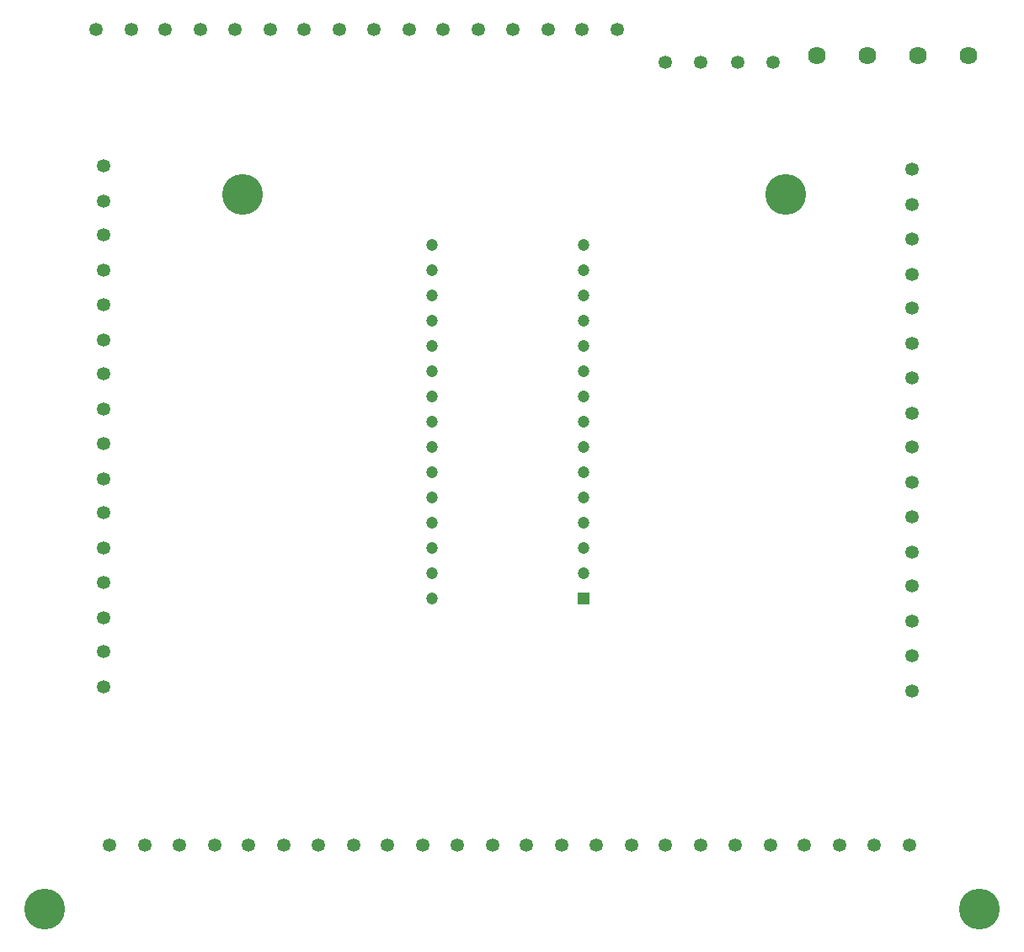
<source format=gbs>
G04 #@! TF.GenerationSoftware,KiCad,Pcbnew,(6.0.9)*
G04 #@! TF.CreationDate,2023-02-21T15:57:59-05:00*
G04 #@! TF.ProjectId,Arduino-CMRI_SMD_v7_Nano,41726475-696e-46f2-9d43-4d52495f534d,rev?*
G04 #@! TF.SameCoordinates,Original*
G04 #@! TF.FileFunction,Soldermask,Bot*
G04 #@! TF.FilePolarity,Negative*
%FSLAX46Y46*%
G04 Gerber Fmt 4.6, Leading zero omitted, Abs format (unit mm)*
G04 Created by KiCad (PCBNEW (6.0.9)) date 2023-02-21 15:57:59*
%MOMM*%
%LPD*%
G01*
G04 APERTURE LIST*
%ADD10C,4.100000*%
%ADD11C,1.350000*%
%ADD12R,1.200000X1.200000*%
%ADD13C,1.200000*%
%ADD14C,1.790700*%
G04 APERTURE END LIST*
D10*
G04 #@! TO.C,*
X195580000Y-152400000D03*
G04 #@! TD*
G04 #@! TO.C,*
X101600000Y-152400000D03*
G04 #@! TD*
G04 #@! TO.C,H2*
X176085600Y-80546100D03*
G04 #@! TD*
D11*
G04 #@! TO.C,X15*
X148653600Y-63909100D03*
X152209600Y-63909100D03*
G04 #@! TD*
G04 #@! TO.C,X24*
X188785600Y-126901100D03*
X188785600Y-130457100D03*
G04 #@! TD*
G04 #@! TO.C,X11*
X120713600Y-63909100D03*
X124269600Y-63909100D03*
G04 #@! TD*
G04 #@! TO.C,X34*
X171005600Y-145951100D03*
X174561600Y-145951100D03*
G04 #@! TD*
G04 #@! TO.C,X1*
X107505600Y-130076100D03*
X107505600Y-126520100D03*
G04 #@! TD*
G04 #@! TO.C,X33*
X164020600Y-145951100D03*
X167576600Y-145951100D03*
G04 #@! TD*
G04 #@! TO.C,X40*
X164020600Y-67211100D03*
X167576600Y-67211100D03*
G04 #@! TD*
D12*
G04 #@! TO.C,ARDUINO_NANO1*
X155765600Y-121186100D03*
D13*
X155765600Y-118646100D03*
X155765600Y-116106100D03*
X155765600Y-113566100D03*
X155765600Y-111026100D03*
X155765600Y-108486100D03*
X155765600Y-105946100D03*
X155765600Y-103406100D03*
X155765600Y-100866100D03*
X155765600Y-98326100D03*
X155765600Y-95786100D03*
X155765600Y-93246100D03*
X155765600Y-90706100D03*
X155765600Y-88166100D03*
X155765600Y-85626100D03*
X140525600Y-85626100D03*
X140525600Y-88166100D03*
X140525600Y-90706100D03*
X140525600Y-93246100D03*
X140525600Y-95786100D03*
X140525600Y-98326100D03*
X140525600Y-100866100D03*
X140525600Y-103406100D03*
X140525600Y-105946100D03*
X140525600Y-108486100D03*
X140525600Y-111026100D03*
X140525600Y-113566100D03*
X140525600Y-116106100D03*
X140525600Y-118646100D03*
X140525600Y-121186100D03*
G04 #@! TD*
D11*
G04 #@! TO.C,X19*
X188785600Y-91976100D03*
X188785600Y-95532100D03*
G04 #@! TD*
G04 #@! TO.C,X39*
X171259600Y-67211100D03*
X174815600Y-67211100D03*
G04 #@! TD*
G04 #@! TO.C,X7*
X107505600Y-88166100D03*
X107505600Y-84610100D03*
G04 #@! TD*
G04 #@! TO.C,X31*
X150050600Y-145951100D03*
X153606600Y-145951100D03*
G04 #@! TD*
G04 #@! TO.C,X16*
X155638600Y-63909100D03*
X159194600Y-63909100D03*
G04 #@! TD*
G04 #@! TO.C,X28*
X129095600Y-145951100D03*
X132651600Y-145951100D03*
G04 #@! TD*
G04 #@! TO.C,X9*
X106743600Y-63909100D03*
X110299600Y-63909100D03*
G04 #@! TD*
G04 #@! TO.C,X5*
X107505600Y-102136100D03*
X107505600Y-98580100D03*
G04 #@! TD*
G04 #@! TO.C,X25*
X108140600Y-145951100D03*
X111696600Y-145951100D03*
G04 #@! TD*
G04 #@! TO.C,X6*
X107505600Y-95151100D03*
X107505600Y-91595100D03*
G04 #@! TD*
G04 #@! TO.C,X23*
X188785600Y-119916100D03*
X188785600Y-123472100D03*
G04 #@! TD*
G04 #@! TO.C,X18*
X188785600Y-84991100D03*
X188785600Y-88547100D03*
G04 #@! TD*
G04 #@! TO.C,X3*
X107505600Y-116106100D03*
X107505600Y-112550100D03*
G04 #@! TD*
G04 #@! TO.C,X8*
X107505600Y-81181100D03*
X107505600Y-77625100D03*
G04 #@! TD*
G04 #@! TO.C,X29*
X136080600Y-145951100D03*
X139636600Y-145951100D03*
G04 #@! TD*
G04 #@! TO.C,X14*
X141668600Y-63909100D03*
X145224600Y-63909100D03*
G04 #@! TD*
G04 #@! TO.C,X22*
X188785600Y-112931100D03*
X188785600Y-116487100D03*
G04 #@! TD*
G04 #@! TO.C,X35*
X177990600Y-145951100D03*
X181546600Y-145951100D03*
G04 #@! TD*
G04 #@! TO.C,X21*
X188785600Y-105946100D03*
X188785600Y-109502100D03*
G04 #@! TD*
G04 #@! TO.C,X2*
X107505600Y-123091100D03*
X107505600Y-119535100D03*
G04 #@! TD*
G04 #@! TO.C,X30*
X143065600Y-145951100D03*
X146621600Y-145951100D03*
G04 #@! TD*
G04 #@! TO.C,X20*
X188785600Y-98961100D03*
X188785600Y-102517100D03*
G04 #@! TD*
G04 #@! TO.C,X27*
X122110600Y-145951100D03*
X125666600Y-145951100D03*
G04 #@! TD*
G04 #@! TO.C,X32*
X157035600Y-145951100D03*
X160591600Y-145951100D03*
G04 #@! TD*
D14*
G04 #@! TO.C,X38*
X184340600Y-66576100D03*
X179260600Y-66576100D03*
G04 #@! TD*
G04 #@! TO.C,X37*
X194500600Y-66576100D03*
X189420600Y-66576100D03*
G04 #@! TD*
D11*
G04 #@! TO.C,X10*
X113728600Y-63909100D03*
X117284600Y-63909100D03*
G04 #@! TD*
G04 #@! TO.C,X12*
X127698600Y-63909100D03*
X131254600Y-63909100D03*
G04 #@! TD*
G04 #@! TO.C,X13*
X134683600Y-63909100D03*
X138239600Y-63909100D03*
G04 #@! TD*
G04 #@! TO.C,X36*
X184975600Y-145951100D03*
X188531600Y-145951100D03*
G04 #@! TD*
G04 #@! TO.C,X17*
X188785600Y-78006100D03*
X188785600Y-81562100D03*
G04 #@! TD*
G04 #@! TO.C,X26*
X115125600Y-145951100D03*
X118681600Y-145951100D03*
G04 #@! TD*
D10*
G04 #@! TO.C,H1*
X121475600Y-80546100D03*
G04 #@! TD*
D11*
G04 #@! TO.C,X4*
X107505600Y-109121100D03*
X107505600Y-105565100D03*
G04 #@! TD*
M02*

</source>
